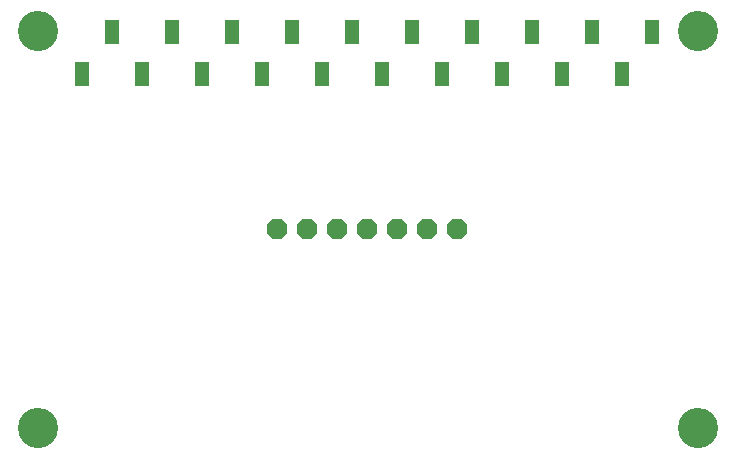
<source format=gbr>
G04 EAGLE Gerber RS-274X export*
G75*
%MOMM*%
%FSLAX34Y34*%
%LPD*%
%INSoldermask Top*%
%IPPOS*%
%AMOC8*
5,1,8,0,0,1.08239X$1,22.5*%
G01*
%ADD10C,3.403200*%
%ADD11R,1.223200X2.108200*%
%ADD12P,1.852186X8X22.500000*%


D10*
X75000Y366500D03*
X75000Y30000D03*
X633800Y366500D03*
X633800Y30000D03*
D11*
X112700Y329480D03*
X138100Y365020D03*
X163500Y329480D03*
X188900Y365020D03*
X214300Y329480D03*
X239700Y365020D03*
X265100Y329480D03*
X290500Y365020D03*
X315900Y329480D03*
X341300Y365020D03*
X366700Y329480D03*
X392100Y365020D03*
X417500Y329480D03*
X442900Y365020D03*
X468300Y329480D03*
X493700Y365020D03*
X519100Y329480D03*
X544500Y365020D03*
X569900Y329480D03*
X595300Y365020D03*
D12*
X277800Y198250D03*
X303200Y198250D03*
X328600Y198250D03*
X354000Y198250D03*
X379400Y198250D03*
X404800Y198250D03*
X430200Y198250D03*
M02*

</source>
